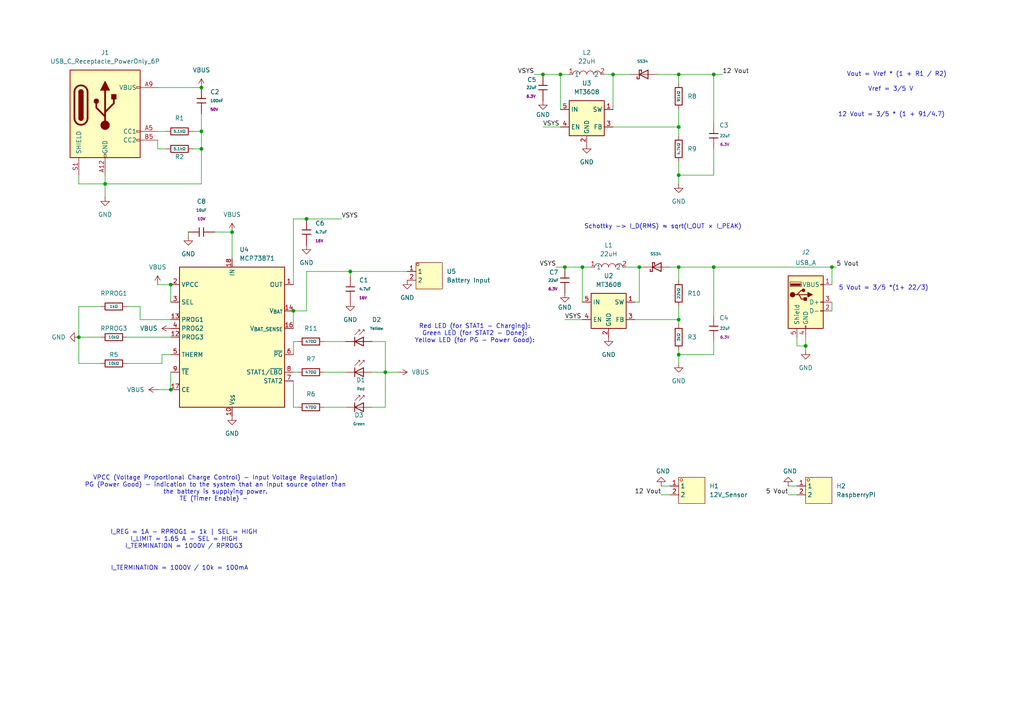
<source format=kicad_sch>
(kicad_sch (version 20250114) (generator "eeschema") (generator_version "9.0")
  (paper "A4")
  (text "I_REG = 1A - RPROG1 = 1k | SEL = HIGH\nI_LIMIT = 1.65 A - SEL = HIGH\nI_TERMINATION = 1000V / RPROG3\n" (at 53.34 156.464 0) (effects (font (size 1.27 1.27))))
  (text "12 Vout = 3/5 * (1 + 91/4.7)\n" (at 258.572 33.274 0) (effects (font (size 1.27 1.27))))
  (text "5 Vout = 3/5 *(1+ 22/3)" (at 256.286 83.566 0) (effects (font (size 1.27 1.27))))
  (text "VPCC (Voltage Proportional Charge Control) - Input Voltage Regulation)\nPG (Power Good) - indication to the system that an input source other than\nthe battery is supplying power.\nTE (Timer Enable) - \n" (at 62.484 141.732 0) (effects (font (size 1.27 1.27))))
  (text "Schottky -> I_D(RMS) ≈ sqrt(I_OUT × I_PEAK)\n\n" (at 192.278 66.802 0) (effects (font (size 1.27 1.27))))
  (text "I_TERMINATION = 1000V / 10k = 100mA\n" (at 52.07 164.846 0) (effects (font (size 1.27 1.27))))
  (text "Vout = Vref * (1 + R1 / R2)" (at 260.096 21.59 0) (effects (font (size 1.27 1.27))))
  (text "Red LED (for STAT1 - Charging):\nGreen LED (for STAT2 - Done):\nYellow LED (for PG - Power Good):\n" (at 137.668 96.774 0) (effects (font (size 1.27 1.27))))
  (text "Vref = 3/5 V " (at 258.826 25.908 0) (effects (font (size 1.27 1.27))))
  (junction (at 22.86 97.79))
  (junction (at 196.85 102.87))
  (junction (at 157.48 21.59))
  (junction (at 58.42 25.4))
  (junction (at 185.42 77.47))
  (junction (at 30.48 53.34))
  (junction (at 196.85 50.8))
  (junction (at 58.42 43.18))
  (junction (at 233.68 100.33))
  (junction (at 101.6 78.74))
  (junction (at 111.76 107.95))
  (junction (at 85.09 90.17))
  (junction (at 196.85 77.47))
  (junction (at 207.01 77.47))
  (junction (at 88.9 63.5))
  (junction (at 163.83 77.47))
  (junction (at 177.8 21.59))
  (junction (at 207.01 21.59))
  (junction (at 196.85 92.71))
  (junction (at 49.53 113.03))
  (junction (at 49.53 82.55))
  (junction (at 162.56 21.59))
  (junction (at 241.3 77.47))
  (junction (at 168.91 77.47))
  (junction (at 58.42 38.1))
  (junction (at 196.85 21.59))
  (junction (at 67.31 67.31))
  (junction (at 196.85 36.83))
  (wire (pts (xy 88.9 63.5) (xy 99.06 63.5)))
  (wire (pts (xy 111.76 107.95) (xy 111.76 118.11)))
  (wire (pts (xy 207.01 43.18) (xy 207.01 50.8)))
  (wire (pts (xy 228.6 143.51) (xy 231.14 143.51)))
  (wire (pts (xy 88.9 78.74) (xy 101.6 78.74)))
  (wire (pts (xy 58.42 38.1) (xy 58.42 43.18)))
  (wire (pts (xy 30.48 50.8) (xy 30.48 53.34)))
  (wire (pts (xy 55.88 43.18) (xy 58.42 43.18)))
  (wire (pts (xy 241.3 87.63) (xy 241.3 90.17)))
  (wire (pts (xy 111.76 107.95) (xy 115.57 107.95)))
  (wire (pts (xy 233.68 100.33) (xy 233.68 97.79)))
  (wire (pts (xy 85.09 107.95) (xy 86.36 107.95)))
  (wire (pts (xy 154.94 21.59) (xy 157.48 21.59)))
  (wire (pts (xy 241.3 77.47) (xy 242.57 77.47)))
  (wire (pts (xy 196.85 50.8) (xy 196.85 53.34)))
  (wire (pts (xy 67.31 67.31) (xy 67.31 74.93)))
  (wire (pts (xy 22.86 53.34) (xy 30.48 53.34)))
  (wire (pts (xy 228.6 140.97) (xy 231.14 140.97)))
  (wire (pts (xy 194.31 77.47) (xy 196.85 77.47)))
  (wire (pts (xy 36.83 97.79) (xy 49.53 97.79)))
  (wire (pts (xy 45.72 40.64) (xy 45.72 43.18)))
  (wire (pts (xy 45.72 25.4) (xy 58.42 25.4)))
  (wire (pts (xy 85.09 110.49) (xy 85.09 118.11)))
  (wire (pts (xy 101.6 78.74) (xy 101.6 80.01)))
  (wire (pts (xy 191.77 140.97) (xy 194.31 140.97)))
  (wire (pts (xy 207.01 102.87) (xy 196.85 102.87)))
  (wire (pts (xy 196.85 21.59) (xy 207.01 21.59)))
  (wire (pts (xy 177.8 21.59) (xy 177.8 31.75)))
  (wire (pts (xy 58.42 53.34) (xy 30.48 53.34)))
  (wire (pts (xy 22.86 50.8) (xy 22.86 53.34)))
  (wire (pts (xy 168.91 77.47) (xy 171.45 77.47)))
  (wire (pts (xy 85.09 63.5) (xy 88.9 63.5)))
  (wire (pts (xy 196.85 92.71) (xy 196.85 93.98)))
  (wire (pts (xy 175.26 21.59) (xy 177.8 21.59)))
  (wire (pts (xy 157.48 21.59) (xy 162.56 21.59)))
  (wire (pts (xy 168.91 77.47) (xy 168.91 87.63)))
  (wire (pts (xy 207.01 99.06) (xy 207.01 102.87)))
  (wire (pts (xy 30.48 53.34) (xy 30.48 57.15)))
  (wire (pts (xy 45.72 82.55) (xy 49.53 82.55)))
  (wire (pts (xy 163.83 77.47) (xy 168.91 77.47)))
  (wire (pts (xy 207.01 77.47) (xy 241.3 77.47)))
  (wire (pts (xy 40.64 92.71) (xy 49.53 92.71)))
  (wire (pts (xy 46.99 102.87) (xy 49.53 102.87)))
  (wire (pts (xy 196.85 102.87) (xy 196.85 105.41)))
  (wire (pts (xy 161.29 77.47) (xy 163.83 77.47)))
  (wire (pts (xy 85.09 90.17) (xy 88.9 90.17)))
  (wire (pts (xy 107.95 118.11) (xy 111.76 118.11)))
  (wire (pts (xy 22.86 97.79) (xy 29.21 97.79)))
  (wire (pts (xy 40.64 88.9) (xy 40.64 92.71)))
  (wire (pts (xy 196.85 88.9) (xy 196.85 92.71)))
  (wire (pts (xy 93.98 107.95) (xy 100.33 107.95)))
  (wire (pts (xy 177.8 36.83) (xy 196.85 36.83)))
  (wire (pts (xy 207.01 21.59) (xy 209.55 21.59)))
  (wire (pts (xy 85.09 90.17) (xy 85.09 95.25)))
  (wire (pts (xy 101.6 78.74) (xy 118.11 78.74)))
  (wire (pts (xy 22.86 88.9) (xy 29.21 88.9)))
  (wire (pts (xy 231.14 100.33) (xy 233.68 100.33)))
  (wire (pts (xy 49.53 82.55) (xy 49.53 87.63)))
  (wire (pts (xy 85.09 99.06) (xy 85.09 102.87)))
  (wire (pts (xy 207.01 77.47) (xy 207.01 91.44)))
  (wire (pts (xy 46.99 105.41) (xy 46.99 102.87)))
  (wire (pts (xy 191.77 143.51) (xy 194.31 143.51)))
  (wire (pts (xy 36.83 88.9) (xy 40.64 88.9)))
  (wire (pts (xy 162.56 21.59) (xy 162.56 31.75)))
  (wire (pts (xy 165.1 21.59) (xy 162.56 21.59)))
  (wire (pts (xy 196.85 77.47) (xy 196.85 81.28)))
  (wire (pts (xy 62.23 67.31) (xy 67.31 67.31)))
  (wire (pts (xy 93.98 99.06) (xy 100.33 99.06)))
  (wire (pts (xy 45.72 43.18) (xy 48.26 43.18)))
  (wire (pts (xy 107.95 107.95) (xy 111.76 107.95)))
  (wire (pts (xy 177.8 21.59) (xy 182.88 21.59)))
  (wire (pts (xy 196.85 77.47) (xy 207.01 77.47)))
  (wire (pts (xy 184.15 92.71) (xy 196.85 92.71)))
  (wire (pts (xy 196.85 31.75) (xy 196.85 36.83)))
  (wire (pts (xy 22.86 97.79) (xy 22.86 105.41)))
  (wire (pts (xy 185.42 77.47) (xy 186.69 77.47)))
  (wire (pts (xy 181.61 77.47) (xy 185.42 77.47)))
  (wire (pts (xy 85.09 82.55) (xy 85.09 63.5)))
  (wire (pts (xy 22.86 105.41) (xy 29.21 105.41)))
  (wire (pts (xy 58.42 33.02) (xy 58.42 38.1)))
  (wire (pts (xy 93.98 118.11) (xy 100.33 118.11)))
  (wire (pts (xy 36.83 105.41) (xy 46.99 105.41)))
  (wire (pts (xy 45.72 113.03) (xy 49.53 113.03)))
  (wire (pts (xy 55.88 38.1) (xy 58.42 38.1)))
  (wire (pts (xy 196.85 36.83) (xy 196.85 39.37)))
  (wire (pts (xy 45.72 38.1) (xy 48.26 38.1)))
  (wire (pts (xy 107.95 99.06) (xy 111.76 99.06)))
  (wire (pts (xy 163.83 92.71) (xy 168.91 92.71)))
  (wire (pts (xy 196.85 101.6) (xy 196.85 102.87)))
  (wire (pts (xy 185.42 77.47) (xy 185.42 87.63)))
  (wire (pts (xy 22.86 88.9) (xy 22.86 97.79)))
  (wire (pts (xy 233.68 100.33) (xy 233.68 101.6)))
  (wire (pts (xy 88.9 78.74) (xy 88.9 90.17)))
  (wire (pts (xy 85.09 99.06) (xy 86.36 99.06)))
  (wire (pts (xy 231.14 97.79) (xy 231.14 100.33)))
  (wire (pts (xy 196.85 21.59) (xy 196.85 24.13)))
  (wire (pts (xy 241.3 77.47) (xy 241.3 82.55)))
  (wire (pts (xy 207.01 21.59) (xy 207.01 35.56)))
  (wire (pts (xy 111.76 99.06) (xy 111.76 107.95)))
  (wire (pts (xy 49.53 107.95) (xy 49.53 113.03)))
  (wire (pts (xy 207.01 50.8) (xy 196.85 50.8)))
  (wire (pts (xy 85.09 118.11) (xy 86.36 118.11)))
  (wire (pts (xy 196.85 46.99) (xy 196.85 50.8)))
  (wire (pts (xy 185.42 87.63) (xy 184.15 87.63)))
  (wire (pts (xy 58.42 43.18) (xy 58.42 53.34)))
  (wire (pts (xy 190.5 21.59) (xy 196.85 21.59)))
  (wire (pts (xy 157.48 36.83) (xy 162.56 36.83)))
  (wire (pts (xy 54.61 67.31) (xy 54.61 68.58)))
  (label "VSYS" (at 154.94 21.59 180))
  (label "5 Vout" (at 242.57 77.47 0))
  (label "5 Vout" (at 228.6 143.51 180))
  (label "12 Vout" (at 209.55 21.59 0))
  (label "VSYS" (at 161.29 77.47 180))
  (label "VSYS" (at 163.83 92.71 0))
  (label "VSYS" (at 157.48 36.83 0))
  (label "12 Vout" (at 191.77 143.51 180))
  (label "VSYS" (at 99.06 63.5 0))
  (symbol (lib_id "PCM_JLCPCB-Capacitors:0603,100nF") (at 58.42 29.21 0) (unit 1)
    (property "Reference" "C2" (at 60.96 26.6699 0) (effects (justify left)))
    (property "Value" "100nF" (at 60.96 29.21 0) (effects (font (size 0.8 0.8)) (justify left)))
    (property "Footprint" "PCM_JLCPCB:C_0603" (effects (hide yes)))
    (property "Datasheet" "https://www.lcsc.com/datasheet/lcsc_datasheet_2211101700_YAGEO-CC0603KRX7R9BB104_C14663.pdf" (effects (hide yes)))
    (property "Description" "50V 100nF X7R ±10% 0603 Multilayer Ceramic Capacitors MLCC - SMD/SMT ROHS" (effects (hide yes)))
    (property "LCSC" "C14663" (effects (hide yes)))
    (property "Stock" "70324515" (effects (hide yes)))
    (property "Price" "0.006USD" (effects (hide yes)))
    (property "Process" "SMT" (effects (hide yes)))
    (property "Minimum Qty" "20" (effects (hide yes)))
    (property "Attrition Qty" "10" (effects (hide yes)))
    (property "Class" "Basic Component" (effects (hide yes)))
    (property "Category" "Capacitors,Multilayer Ceramic Capacitors MLCC - SMD/SMT" (effects (hide yes)))
    (property "Manufacturer" "YAGEO" (effects (hide yes)))
    (property "Part" "CC0603KRX7R9BB104" (effects (hide yes)))
    (property "Voltage Rated" "50V" (at 60.96 31.75 0) (effects (font (size 0.8 0.8)) (justify left)))
    (property "Tolerance" "±10%" (effects (hide yes)))
    (property "Capacitance" "100nF" (effects (hide yes)))
    (property "Temperature Coefficient" "X7R" (effects (hide yes)))
  )
  (symbol (lib_id "PCM_JLCPCB-Resistors:0603,470Ω") (at 90.17 99.06 270) (unit 1)
    (property "Reference" "R11" (at 90.17 95.25 90))
    (property "Value" "470Ω" (at 90.17 99.06 90) (effects (font (size 0.8 0.8))))
    (property "Footprint" "PCM_JLCPCB:R_0603" (effects (hide yes)))
    (property "Datasheet" "https://www.lcsc.com/datasheet/lcsc_datasheet_2206010116_UNI-ROYAL-Uniroyal-Elec-0603WAF4700T5E_C23179.pdf" (effects (hide yes)))
    (property "Description" "100mW Thick Film Resistors 75V ±100ppm/°C ±1% 470Ω 0603 Chip Resistor - Surface Mount ROHS" (effects (hide yes)))
    (property "LCSC" "C23179" (effects (hide yes)))
    (property "Stock" "3910258" (effects (hide yes)))
    (property "Price" "0.004USD" (effects (hide yes)))
    (property "Process" "SMT" (effects (hide yes)))
    (property "Minimum Qty" "20" (effects (hide yes)))
    (property "Attrition Qty" "10" (effects (hide yes)))
    (property "Class" "Basic Component" (effects (hide yes)))
    (property "Category" "Resistors,Chip Resistor - Surface Mount" (effects (hide yes)))
    (property "Manufacturer" "UNI-ROYAL(Uniroyal Elec)" (effects (hide yes)))
    (property "Part" "0603WAF4700T5E" (effects (hide yes)))
    (property "Resistance" "470Ω" (effects (hide yes)))
    (property "Power(Watts)" "100mW" (effects (hide yes)))
    (property "Type" "Thick Film Resistors" (effects (hide yes)))
    (property "Overload Voltage (Max)" "75V" (effects (hide yes)))
    (property "Operating Temperature Range" "-55°C~+155°C" (effects (hide yes)))
    (property "Tolerance" "±1%" (effects (hide yes)))
    (property "Temperature Coefficient" "±100ppm/°C" (effects (hide yes)))
  )
  (symbol (lib_id "power:GND") (at 54.61 68.58 0) (unit 1)
    (property "Reference" "#PWR08" (effects (hide yes)))
    (property "Value" "GND" (at 54.61 73.66 0))
    (property "Description" "Power symbol creates a global label with name \"GND\" , ground" (effects (hide yes)))
  )
  (symbol (lib_id "PCM_JLCPCB-Capacitors:0603,22uF") (at 207.01 95.25 180) (unit 1)
    (property "Reference" "C4" (at 211.328 92.202 0) (effects (justify left)))
    (property "Value" "22uF" (at 211.836 95.25 0) (effects (font (size 0.8 0.8)) (justify left)))
    (property "Footprint" "PCM_JLCPCB:C_0603" (effects (hide yes)))
    (property "Datasheet" "https://www.lcsc.com/datasheet/lcsc_datasheet_2304140030_Samsung-Electro-Mechanics-CL10A226MQ8NRNC_C59461.pdf" (effects (hide yes)))
    (property "Description" "6.3V 22uF X5R ±20% 0603 Multilayer Ceramic Capacitors MLCC - SMD/SMT ROHS" (effects (hide yes)))
    (property "LCSC" "C59461" (effects (hide yes)))
    (property "Stock" "5081183" (effects (hide yes)))
    (property "Price" "0.012USD" (effects (hide yes)))
    (property "Process" "SMT" (effects (hide yes)))
    (property "Minimum Qty" "20" (effects (hide yes)))
    (property "Attrition Qty" "10" (effects (hide yes)))
    (property "Class" "Basic Component" (effects (hide yes)))
    (property "Category" "Capacitors,Multilayer Ceramic Capacitors MLCC - SMD/SMT" (effects (hide yes)))
    (property "Manufacturer" "Samsung Electro-Mechanics" (effects (hide yes)))
    (property "Part" "CL10A226MQ8NRNC" (effects (hide yes)))
    (property "Voltage Rated" "6.3V" (at 211.582 97.79 0) (effects (font (size 0.8 0.8)) (justify left)))
    (property "Tolerance" "±20%" (effects (hide yes)))
    (property "Capacitance" "22uF" (effects (hide yes)))
    (property "Temperature Coefficient" "X5R" (effects (hide yes)))
  )
  (symbol (lib_id "PCM_JLCPCB-Diodes:Schottky,SS34") (at 190.5 77.47 270) (unit 1)
    (property "Reference" "D5" (effects (hide yes)))
    (property "Value" "SS34" (at 190.1825 73.66 90) (effects (font (size 0.8 0.8))))
    (property "Footprint" "PCM_JLCPCB:D_SMA" (effects (hide yes)))
    (property "Datasheet" "https://www.lcsc.com/datasheet/lcsc_datasheet_2407101107_MDD-Microdiode-Semiconductor-SS34_C8678.pdf" (effects (hide yes)))
    (property "Description" "40V Independent Type 3A 550mV@3A SMA(DO-214AC) Schottky Diodes ROHS" (effects (hide yes)))
    (property "LCSC" "C8678" (effects (hide yes)))
    (property "Stock" "1971586" (effects (hide yes)))
    (property "Price" "0.030USD" (effects (hide yes)))
    (property "Process" "SMT" (effects (hide yes)))
    (property "Minimum Qty" "5" (effects (hide yes)))
    (property "Attrition Qty" "8" (effects (hide yes)))
    (property "Class" "Basic Component" (effects (hide yes)))
    (property "Category" "Diodes,Schottky Barrier Diodes (SBD)" (effects (hide yes)))
    (property "Manufacturer" "MDD（Microdiode Electronics）" (effects (hide yes)))
    (property "Part" "SS34" (effects (hide yes)))
    (property "Rectified Current" "3A" (effects (hide yes)))
    (property "Forward Voltage (Vf@If)" "550mV@3A" (effects (hide yes)))
    (property "Reverse Voltage (Vr)" "40V" (effects (hide yes)))
    (property "Diode Configuration" "Independent Type" (effects (hide yes)))
    (property "Reverse Leakage Current (Ir)" "500uA@40V" (effects (hide yes)))
  )
  (symbol (lib_id "power:VBUS") (at 115.57 107.95 270) (unit 1)
    (property "Reference" "#PWR04" (effects (hide yes)))
    (property "Value" "VBUS" (at 119.38 107.9499 90) (effects (justify left)))
    (property "Description" "Power symbol creates a global label with name \"VBUS\"" (effects (hide yes)))
  )
  (symbol (lib_id "power:VBUS") (at 49.53 95.25 90) (unit 1)
    (property "Reference" "#PWR06" (effects (hide yes)))
    (property "Value" "VBUS" (at 45.72 95.2499 90) (effects (justify left)))
    (property "Description" "Power symbol creates a global label with name \"VBUS\"" (effects (hide yes)))
  )
  (symbol (lib_id "PCM_JLCPCB-Resistors:0603,470Ω") (at 90.17 107.95 270) (unit 1)
    (property "Reference" "R7" (at 90.17 104.14 90))
    (property "Value" "470Ω" (at 90.17 107.95 90) (effects (font (size 0.8 0.8))))
    (property "Footprint" "PCM_JLCPCB:R_0603" (effects (hide yes)))
    (property "Datasheet" "https://www.lcsc.com/datasheet/lcsc_datasheet_2206010116_UNI-ROYAL-Uniroyal-Elec-0603WAF4700T5E_C23179.pdf" (effects (hide yes)))
    (property "Description" "100mW Thick Film Resistors 75V ±100ppm/°C ±1% 470Ω 0603 Chip Resistor - Surface Mount ROHS" (effects (hide yes)))
    (property "LCSC" "C23179" (effects (hide yes)))
    (property "Stock" "3910258" (effects (hide yes)))
    (property "Price" "0.004USD" (effects (hide yes)))
    (property "Process" "SMT" (effects (hide yes)))
    (property "Minimum Qty" "20" (effects (hide yes)))
    (property "Attrition Qty" "10" (effects (hide yes)))
    (property "Class" "Basic Component" (effects (hide yes)))
    (property "Category" "Resistors,Chip Resistor - Surface Mount" (effects (hide yes)))
    (property "Manufacturer" "UNI-ROYAL(Uniroyal Elec)" (effects (hide yes)))
    (property "Part" "0603WAF4700T5E" (effects (hide yes)))
    (property "Resistance" "470Ω" (effects (hide yes)))
    (property "Power(Watts)" "100mW" (effects (hide yes)))
    (property "Type" "Thick Film Resistors" (effects (hide yes)))
    (property "Overload Voltage (Max)" "75V" (effects (hide yes)))
    (property "Operating Temperature Range" "-55°C~+155°C" (effects (hide yes)))
    (property "Tolerance" "±1%" (effects (hide yes)))
    (property "Temperature Coefficient" "±100ppm/°C" (effects (hide yes)))
  )
  (symbol (lib_id "PCM_JLCPCB-Resistors:0603,10kΩ") (at 33.02 105.41 270) (unit 1)
    (property "Reference" "R5" (at 33.02 102.87 90))
    (property "Value" "10kΩ" (at 33.02 105.41 90) (effects (font (size 0.8 0.8))))
    (property "Footprint" "PCM_JLCPCB:R_0603" (effects (hide yes)))
    (property "Datasheet" "https://www.lcsc.com/datasheet/lcsc_datasheet_2206010045_UNI-ROYAL-Uniroyal-Elec-0603WAF1002T5E_C25804.pdf" (effects (hide yes)))
    (property "Description" "100mW Thick Film Resistors 75V ±100ppm/°C ±1% 10kΩ 0603 Chip Resistor - Surface Mount ROHS" (effects (hide yes)))
    (property "LCSC" "C25804" (effects (hide yes)))
    (property "Stock" "51181774" (effects (hide yes)))
    (property "Price" "0.004USD" (effects (hide yes)))
    (property "Process" "SMT" (effects (hide yes)))
    (property "Minimum Qty" "20" (effects (hide yes)))
    (property "Attrition Qty" "10" (effects (hide yes)))
    (property "Class" "Basic Component" (effects (hide yes)))
    (property "Category" "Resistors,Chip Resistor - Surface Mount" (effects (hide yes)))
    (property "Manufacturer" "UNI-ROYAL(Uniroyal Elec)" (effects (hide yes)))
    (property "Part" "0603WAF1002T5E" (effects (hide yes)))
    (property "Resistance" "10kΩ" (effects (hide yes)))
    (property "Power(Watts)" "100mW" (effects (hide yes)))
    (property "Type" "Thick Film Resistors" (effects (hide yes)))
    (property "Overload Voltage (Max)" "75V" (effects (hide yes)))
    (property "Operating Temperature Range" "-55°C~+155°C" (effects (hide yes)))
    (property "Tolerance" "±1%" (effects (hide yes)))
    (property "Temperature Coefficient" "±100ppm/°C" (effects (hide yes)))
  )
  (symbol (lib_id "power:GND") (at 22.86 97.79 270) (unit 1)
    (property "Reference" "#PWR011" (effects (hide yes)))
    (property "Value" "GND" (at 19.05 97.7899 90) (effects (justify right)))
    (property "Description" "Power symbol creates a global label with name \"GND\" , ground" (effects (hide yes)))
  )
  (symbol (lib_id "PCM_JLCPCB-Resistors:0603,22kΩ") (at 196.85 85.09 0) (unit 1)
    (property "Reference" "R10" (at 199.39 85.0899 0) (effects (justify left)))
    (property "Value" "22kΩ" (at 196.85 85.09 90) (effects (font (size 0.8 0.8))))
    (property "Footprint" "PCM_JLCPCB:R_0603" (effects (hide yes)))
    (property "Datasheet" "https://www.lcsc.com/datasheet/lcsc_datasheet_2206010030_UNI-ROYAL-Uniroyal-Elec-0603WAF2202T5E_C31850.pdf" (effects (hide yes)))
    (property "Description" "100mW Thick Film Resistors 75V ±100ppm/°C ±1% 22kΩ 0603 Chip Resistor - Surface Mount ROHS" (effects (hide yes)))
    (property "LCSC" "C31850" (effects (hide yes)))
    (property "Stock" "1601895" (effects (hide yes)))
    (property "Price" "0.004USD" (effects (hide yes)))
    (property "Process" "SMT" (effects (hide yes)))
    (property "Minimum Qty" "20" (effects (hide yes)))
    (property "Attrition Qty" "10" (effects (hide yes)))
    (property "Class" "Basic Component" (effects (hide yes)))
    (property "Category" "Resistors,Chip Resistor - Surface Mount" (effects (hide yes)))
    (property "Manufacturer" "UNI-ROYAL(Uniroyal Elec)" (effects (hide yes)))
    (property "Part" "0603WAF2202T5E" (effects (hide yes)))
    (property "Resistance" "22kΩ" (effects (hide yes)))
    (property "Power(Watts)" "100mW" (effects (hide yes)))
    (property "Type" "Thick Film Resistors" (effects (hide yes)))
    (property "Overload Voltage (Max)" "75V" (effects (hide yes)))
    (property "Operating Temperature Range" "-55°C~+155°C" (effects (hide yes)))
    (property "Tolerance" "±1%" (effects (hide yes)))
    (property "Temperature Coefficient" "±100ppm/°C" (effects (hide yes)))
  )
  (symbol (lib_id "PCM_JLCPCB-Diodes:LED,0805,Green") (at 104.14 118.11 270) (unit 1)
    (property "Reference" "D3" (at 104.14 120.396 90))
    (property "Value" "Green" (at 104.14 122.936 90) (effects (font (size 0.8 0.8))))
    (property "Footprint" "PCM_JLCPCB:D_0805" (effects (hide yes)))
    (property "Datasheet" "https://www.lcsc.com/datasheet/lcsc_datasheet_1806151820_Hubei-KENTO-Elec-KT-0805G_C2297.pdf" (effects (hide yes)))
    (property "Description" "Emerald 0805 LED Indication - Discrete ROHS" (effects (hide yes)))
    (property "LCSC" "C2297" (effects (hide yes)))
    (property "Stock" "2062782" (effects (hide yes)))
    (property "Price" "0.014USD" (effects (hide yes)))
    (property "Process" "SMT" (effects (hide yes)))
    (property "Minimum Qty" "20" (effects (hide yes)))
    (property "Attrition Qty" "10" (effects (hide yes)))
    (property "Class" "Basic Component" (effects (hide yes)))
    (property "Category" "Optoelectronics,Light Emitting Diodes (LED)" (effects (hide yes)))
    (property "Manufacturer" "Hubei KENTO Elec" (effects (hide yes)))
    (property "Part" "KT-0805G" (effects (hide yes)))
    (property "Emitted Color" "Emerald" (effects (hide yes)))
  )
  (symbol (lib_id "easyeda2kicad:CYH74-22UH") (at 176.53 77.47 0) (unit 1)
    (property "Reference" "L1" (at 176.53 71.12 0))
    (property "Value" "22uH" (at 176.53 73.66 0))
    (property "Footprint" "easyeda2kicad:IND-SMD_L7.5-W7.5" (effects (hide yes)))
    (property "LCSC Part" "C19268629" (effects (hide yes)))
  )
  (symbol (lib_id "PCM_JLCPCB-Diodes:LED,0805,Yellow") (at 104.14 99.06 270) (unit 1)
    (property "Reference" "D2" (at 109.22 92.71 90))
    (property "Value" "Yellow" (at 109.22 95.25 90) (effects (font (size 0.8 0.8))))
    (property "Footprint" "PCM_JLCPCB:D_0805" (effects (hide yes)))
    (property "Datasheet" "https://www.lcsc.com/datasheet/lcsc_datasheet_1806151129_Hubei-KENTO-Elec-KT-0805Y_C2296.pdf" (effects (hide yes)))
    (property "Description" "Yellow 0805 LED Indication - Discrete ROHS" (effects (hide yes)))
    (property "LCSC" "C2296" (effects (hide yes)))
    (property "Stock" "662678" (effects (hide yes)))
    (property "Price" "0.015USD" (effects (hide yes)))
    (property "Process" "SMT" (effects (hide yes)))
    (property "Minimum Qty" "20" (effects (hide yes)))
    (property "Attrition Qty" "10" (effects (hide yes)))
    (property "Class" "Basic Component" (effects (hide yes)))
    (property "Category" "Optocouplers & LEDs & Infrared,Light Emitting Diodes (LED)" (effects (hide yes)))
    (property "Manufacturer" "Hubei KENTO Elec" (effects (hide yes)))
    (property "Part" "KT-0805Y" (effects (hide yes)))
  )
  (symbol (lib_id "power:GND") (at 191.77 140.97 180) (unit 1)
    (property "Reference" "#PWR09" (effects (hide yes)))
    (property "Value" "GND" (at 190.246 136.652 0) (effects (justify right)))
    (property "Description" "Power symbol creates a global label with name \"GND\" , ground" (effects (hide yes)))
  )
  (symbol (lib_id "easyeda2kicad:S2B-PH-K-S-GW") (at 123.19 80.01 0) (unit 1)
    (property "Reference" "U5" (at 129.54 78.7399 0) (effects (justify left)))
    (property "Value" "Battery Input" (at 129.54 81.2799 0) (effects (justify left)))
    (property "Footprint" "easyeda2kicad:CONN-TH_S2B-PH-K-S-GW" (effects (hide yes)))
    (property "Datasheet" "https://lcsc.com/product-detail/PH-Connectors_JST_S2B-PH-K-S-GW_PHsocket-1-2P-Curved-needle-pitch2mm_C157932.html" (effects (hide yes)))
    (property "LCSC Part" "C157932" (effects (hide yes)))
  )
  (symbol (lib_id "power:VBUS") (at 45.72 113.03 90) (unit 1)
    (property "Reference" "#PWR010" (effects (hide yes)))
    (property "Value" "VBUS" (at 41.91 113.0299 90) (effects (justify left)))
    (property "Description" "Power symbol creates a global label with name \"VBUS\"" (effects (hide yes)))
  )
  (symbol (lib_id "PCM_JLCPCB-Capacitors:0603,22uF") (at 157.48 25.4 0) (unit 1)
    (property "Reference" "C5" (at 152.908 23.114 0) (effects (justify left)))
    (property "Value" "22uF" (at 152.654 25.4 0) (effects (font (size 0.8 0.8)) (justify left)))
    (property "Footprint" "PCM_JLCPCB:C_0603" (effects (hide yes)))
    (property "Datasheet" "https://www.lcsc.com/datasheet/lcsc_datasheet_2304140030_Samsung-Electro-Mechanics-CL10A226MQ8NRNC_C59461.pdf" (effects (hide yes)))
    (property "Description" "6.3V 22uF X5R ±20% 0603 Multilayer Ceramic Capacitors MLCC - SMD/SMT ROHS" (effects (hide yes)))
    (property "LCSC" "C59461" (effects (hide yes)))
    (property "Stock" "5081183" (effects (hide yes)))
    (property "Price" "0.012USD" (effects (hide yes)))
    (property "Process" "SMT" (effects (hide yes)))
    (property "Minimum Qty" "20" (effects (hide yes)))
    (property "Attrition Qty" "10" (effects (hide yes)))
    (property "Class" "Basic Component" (effects (hide yes)))
    (property "Category" "Capacitors,Multilayer Ceramic Capacitors MLCC - SMD/SMT" (effects (hide yes)))
    (property "Manufacturer" "Samsung Electro-Mechanics" (effects (hide yes)))
    (property "Part" "CL10A226MQ8NRNC" (effects (hide yes)))
    (property "Voltage Rated" "6.3V" (at 152.654 27.94 0) (effects (font (size 0.8 0.8)) (justify left)))
    (property "Tolerance" "±20%" (effects (hide yes)))
    (property "Capacitance" "22uF" (effects (hide yes)))
    (property "Temperature Coefficient" "X5R" (effects (hide yes)))
  )
  (symbol (lib_id "PCM_JLCPCB-Resistors:0603,1kΩ") (at 33.02 88.9 90) (unit 1)
    (property "Reference" "RPROG1" (at 33.02 85.09 90))
    (property "Value" "1kΩ" (at 33.02 88.9 90) (effects (font (size 0.8 0.8))))
    (property "Footprint" "PCM_JLCPCB:R_0603" (effects (hide yes)))
    (property "Datasheet" "https://www.lcsc.com/datasheet/lcsc_datasheet_2206010130_UNI-ROYAL-Uniroyal-Elec-0603WAF1001T5E_C21190.pdf" (effects (hide yes)))
    (property "Description" "100mW Thick Film Resistors 75V ±100ppm/°C ±1% 1kΩ 0603 Chip Resistor - Surface Mount ROHS" (effects (hide yes)))
    (property "LCSC" "C21190" (effects (hide yes)))
    (property "Stock" "27538425" (effects (hide yes)))
    (property "Price" "0.004USD" (effects (hide yes)))
    (property "Process" "SMT" (effects (hide yes)))
    (property "Minimum Qty" "20" (effects (hide yes)))
    (property "Attrition Qty" "10" (effects (hide yes)))
    (property "Class" "Basic Component" (effects (hide yes)))
    (property "Category" "Resistors,Chip Resistor - Surface Mount" (effects (hide yes)))
    (property "Manufacturer" "UNI-ROYAL(Uniroyal Elec)" (effects (hide yes)))
    (property "Part" "0603WAF1001T5E" (effects (hide yes)))
    (property "Resistance" "1kΩ" (effects (hide yes)))
    (property "Power(Watts)" "100mW" (effects (hide yes)))
    (property "Type" "Thick Film Resistors" (effects (hide yes)))
    (property "Overload Voltage (Max)" "75V" (effects (hide yes)))
    (property "Operating Temperature Range" "-55°C~+155°C" (effects (hide yes)))
    (property "Tolerance" "±1%" (effects (hide yes)))
    (property "Temperature Coefficient" "±100ppm/°C" (effects (hide yes)))
  )
  (symbol (lib_id "Regulator_Switching:MT3608") (at 176.53 90.17 0) (unit 1)
    (property "Reference" "U2" (at 176.53 80.01 0))
    (property "Value" "MT3608" (at 176.53 82.55 0))
    (property "Footprint" "easyeda2kicad:SOT-23-6_L2.9-W1.6-P0.95-LS2.8-BL" (effects (hide yes)))
    (property "Datasheet" "https://www.olimex.com/Products/Breadboarding/BB-PWR-3608/resources/MT3608.pdf" (effects (hide yes)))
    (property "Description" "High Efficiency 1.2MHz 2A Step Up Converter, 2-24V Vin, 28V Vout, 4A current limit, 1.2MHz, SOT23-6" (effects (hide yes)))
  )
  (symbol (lib_id "power:GND") (at 118.11 81.28 0) (unit 1)
    (property "Reference" "#PWR07" (effects (hide yes)))
    (property "Value" "GND" (at 118.11 86.36 0))
    (property "Description" "Power symbol creates a global label with name \"GND\" , ground" (effects (hide yes)))
  )
  (symbol (lib_id "PCM_JLCPCB-Capacitors:0603,22uF") (at 207.01 39.37 180) (unit 1)
    (property "Reference" "C3" (at 211.328 36.322 0) (effects (justify left)))
    (property "Value" "22uF" (at 211.836 39.37 0) (effects (font (size 0.8 0.8)) (justify left)))
    (property "Footprint" "PCM_JLCPCB:C_0603" (effects (hide yes)))
    (property "Datasheet" "https://www.lcsc.com/datasheet/lcsc_datasheet_2304140030_Samsung-Electro-Mechanics-CL10A226MQ8NRNC_C59461.pdf" (effects (hide yes)))
    (property "Description" "6.3V 22uF X5R ±20% 0603 Multilayer Ceramic Capacitors MLCC - SMD/SMT ROHS" (effects (hide yes)))
    (property "LCSC" "C59461" (effects (hide yes)))
    (property "Stock" "5081183" (effects (hide yes)))
    (property "Price" "0.012USD" (effects (hide yes)))
    (property "Process" "SMT" (effects (hide yes)))
    (property "Minimum Qty" "20" (effects (hide yes)))
    (property "Attrition Qty" "10" (effects (hide yes)))
    (property "Class" "Basic Component" (effects (hide yes)))
    (property "Category" "Capacitors,Multilayer Ceramic Capacitors MLCC - SMD/SMT" (effects (hide yes)))
    (property "Manufacturer" "Samsung Electro-Mechanics" (effects (hide yes)))
    (property "Part" "CL10A226MQ8NRNC" (effects (hide yes)))
    (property "Voltage Rated" "6.3V" (at 211.582 41.91 0) (effects (font (size 0.8 0.8)) (justify left)))
    (property "Tolerance" "±20%" (effects (hide yes)))
    (property "Capacitance" "22uF" (effects (hide yes)))
    (property "Temperature Coefficient" "X5R" (effects (hide yes)))
  )
  (symbol (lib_id "power:GND") (at 228.6 140.97 180) (unit 1)
    (property "Reference" "#PWR022" (effects (hide yes)))
    (property "Value" "GND" (at 227.076 136.652 0) (effects (justify right)))
    (property "Description" "Power symbol creates a global label with name \"GND\" , ground" (effects (hide yes)))
  )
  (symbol (lib_id "PCM_JLCPCB-Diodes:LED,0805,Red") (at 104.14 107.95 270) (unit 1)
    (property "Reference" "D1" (at 104.648 110.236 90))
    (property "Value" "Red" (at 104.648 112.776 90) (effects (font (size 0.8 0.8))))
    (property "Footprint" "PCM_JLCPCB:D_0805" (effects (hide yes)))
    (property "Datasheet" "https://www.lcsc.com/datasheet/lcsc_datasheet_2409272203_Foshan-NationStar-Optoelectronics-NCD0805R1_C84256.pdf" (effects (hide yes)))
    (property "Description" "25mA Colorless transparent lens 67mcd~195mcd -30°C~+85°C 615nm~630nm Individual diode Red 130° 65mW 1.6V~2.6V 0805 LED Indication - Discrete ROHS" (effects (hide yes)))
    (property "LCSC" "C84256" (effects (hide yes)))
    (property "Stock" "2976925" (effects (hide yes)))
    (property "Price" "0.016USD" (effects (hide yes)))
    (property "Process" "SMT" (effects (hide yes)))
    (property "Minimum Qty" "20" (effects (hide yes)))
    (property "Attrition Qty" "10" (effects (hide yes)))
    (property "Class" "Basic Component" (effects (hide yes)))
    (property "Category" "Optoelectronics,Light Emitting Diodes (LED)" (effects (hide yes)))
    (property "Manufacturer" "Foshan NationStar Optoelectronics" (effects (hide yes)))
    (property "Part" "NCD0805R1" (effects (hide yes)))
    (property "Operating Temperature" "-30°C~+85°C" (effects (hide yes)))
    (property "Viewing Angle" "130°" (effects (hide yes)))
    (property "Forward Current" "25mA" (effects (hide yes)))
    (property "Forward Voltage (VF)" "1.6V~2.6V" (effects (hide yes)))
    (property "Luminous Intensity" "67mcd~195mcd" (effects (hide yes)))
    (property "Dominant Wavelength" "615nm~630nm" (effects (hide yes)))
    (property "Power Dissipation" "65mW" (effects (hide yes)))
    (property "Emitted Color" "Red" (effects (hide yes)))
    (property "Diode Configuration" "Independent Diode" (effects (hide yes)))
    (property "Lens Color" "Colorless Transparent Lens" (effects (hide yes)))
  )
  (symbol (lib_id "easyeda2kicad:210S-1*2PL=11.6MMGold-platedblack") (at 199.39 142.24 0) (unit 1)
    (property "Reference" "H1" (at 205.74 140.9699 0) (effects (justify left)))
    (property "Value" "12V_Sensor" (at 205.74 143.5099 0) (effects (justify left)))
    (property "Footprint" "easyeda2kicad:HDR-TH_2P-P2.54-V-M-1" (effects (hide yes)))
    (property "Datasheet" "https://lcsc.com/product-detail/Male-Header_Headers-Pins-1-2P-2-54mm-Straight-line_C124375.html" (effects (hide yes)))
    (property "LCSC Part" "C124375" (effects (hide yes)))
  )
  (symbol (lib_id "power:GND") (at 157.48 29.21 0) (unit 1)
    (property "Reference" "#PWR018" (effects (hide yes)))
    (property "Value" "GND" (at 157.48 33.274 0))
    (property "Description" "Power symbol creates a global label with name \"GND\" , ground" (effects (hide yes)))
  )
  (symbol (lib_id "power:GND") (at 67.31 120.65 0) (unit 1)
    (property "Reference" "#PWR05" (effects (hide yes)))
    (property "Value" "GND" (at 67.31 125.73 0))
    (property "Description" "Power symbol creates a global label with name \"GND\" , ground" (effects (hide yes)))
  )
  (symbol (lib_id "power:GND") (at 30.48 57.15 0) (unit 1)
    (property "Reference" "#PWR01" (effects (hide yes)))
    (property "Value" "GND" (at 30.48 62.23 0))
    (property "Description" "Power symbol creates a global label with name \"GND\" , ground" (effects (hide yes)))
  )
  (symbol (lib_id "PCM_JLCPCB-Resistors:0603,10kΩ") (at 33.02 97.79 270) (unit 1)
    (property "Reference" "RPROG3" (at 33.02 95.25 90))
    (property "Value" "10kΩ" (at 33.02 97.79 90) (effects (font (size 0.8 0.8))))
    (property "Footprint" "PCM_JLCPCB:R_0603" (effects (hide yes)))
    (property "Datasheet" "https://www.lcsc.com/datasheet/lcsc_datasheet_2206010045_UNI-ROYAL-Uniroyal-Elec-0603WAF1002T5E_C25804.pdf" (effects (hide yes)))
    (property "Description" "100mW Thick Film Resistors 75V ±100ppm/°C ±1% 10kΩ 0603 Chip Resistor - Surface Mount ROHS" (effects (hide yes)))
    (property "LCSC" "C25804" (effects (hide yes)))
    (property "Stock" "51181774" (effects (hide yes)))
    (property "Price" "0.004USD" (effects (hide yes)))
    (property "Process" "SMT" (effects (hide yes)))
    (property "Minimum Qty" "20" (effects (hide yes)))
    (property "Attrition Qty" "10" (effects (hide yes)))
    (property "Class" "Basic Component" (effects (hide yes)))
    (property "Category" "Resistors,Chip Resistor - Surface Mount" (effects (hide yes)))
    (property "Manufacturer" "UNI-ROYAL(Uniroyal Elec)" (effects (hide yes)))
    (property "Part" "0603WAF1002T5E" (effects (hide yes)))
    (property "Resistance" "10kΩ" (effects (hide yes)))
    (property "Power(Watts)" "100mW" (effects (hide yes)))
    (property "Type" "Thick Film Resistors" (effects (hide yes)))
    (property "Overload Voltage (Max)" "75V" (effects (hide yes)))
    (property "Operating Temperature Range" "-55°C~+155°C" (effects (hide yes)))
    (property "Tolerance" "±1%" (effects (hide yes)))
    (property "Temperature Coefficient" "±100ppm/°C" (effects (hide yes)))
  )
  (symbol (lib_id "power:VBUS") (at 45.72 82.55 0) (unit 1)
    (property "Reference" "#PWR03" (effects (hide yes)))
    (property "Value" "VBUS" (at 45.72 77.47 0))
    (property "Description" "Power symbol creates a global label with name \"VBUS\"" (effects (hide yes)))
  )
  (symbol (lib_id "PCM_JLCPCB-Resistors:0603,470Ω") (at 90.17 118.11 270) (unit 1)
    (property "Reference" "R6" (at 90.17 114.3 90))
    (property "Value" "470Ω" (at 90.17 118.11 90) (effects (font (size 0.8 0.8))))
    (property "Footprint" "PCM_JLCPCB:R_0603" (effects (hide yes)))
    (property "Datasheet" "https://www.lcsc.com/datasheet/lcsc_datasheet_2206010116_UNI-ROYAL-Uniroyal-Elec-0603WAF4700T5E_C23179.pdf" (effects (hide yes)))
    (property "Description" "100mW Thick Film Resistors 75V ±100ppm/°C ±1% 470Ω 0603 Chip Resistor - Surface Mount ROHS" (effects (hide yes)))
    (property "LCSC" "C23179" (effects (hide yes)))
    (property "Stock" "3910258" (effects (hide yes)))
    (property "Price" "0.004USD" (effects (hide yes)))
    (property "Process" "SMT" (effects (hide yes)))
    (property "Minimum Qty" "20" (effects (hide yes)))
    (property "Attrition Qty" "10" (effects (hide yes)))
    (property "Class" "Basic Component" (effects (hide yes)))
    (property "Category" "Resistors,Chip Resistor - Surface Mount" (effects (hide yes)))
    (property "Manufacturer" "UNI-ROYAL(Uniroyal Elec)" (effects (hide yes)))
    (property "Part" "0603WAF4700T5E" (effects (hide yes)))
    (property "Resistance" "470Ω" (effects (hide yes)))
    (property "Power(Watts)" "100mW" (effects (hide yes)))
    (property "Type" "Thick Film Resistors" (effects (hide yes)))
    (property "Overload Voltage (Max)" "75V" (effects (hide yes)))
    (property "Operating Temperature Range" "-55°C~+155°C" (effects (hide yes)))
    (property "Tolerance" "±1%" (effects (hide yes)))
    (property "Temperature Coefficient" "±100ppm/°C" (effects (hide yes)))
  )
  (symbol (lib_id "PCM_JLCPCB-Diodes:Schottky,SS34") (at 186.69 21.59 270) (unit 1)
    (property "Reference" "D4" (effects (hide yes)))
    (property "Value" "SS34" (at 186.3725 17.78 90) (effects (font (size 0.8 0.8))))
    (property "Footprint" "PCM_JLCPCB:D_SMA" (effects (hide yes)))
    (property "Datasheet" "https://www.lcsc.com/datasheet/lcsc_datasheet_2407101107_MDD-Microdiode-Semiconductor-SS34_C8678.pdf" (effects (hide yes)))
    (property "Description" "40V Independent Type 3A 550mV@3A SMA(DO-214AC) Schottky Diodes ROHS" (effects (hide yes)))
    (property "LCSC" "C8678" (effects (hide yes)))
    (property "Stock" "1971586" (effects (hide yes)))
    (property "Price" "0.030USD" (effects (hide yes)))
    (property "Process" "SMT" (effects (hide yes)))
    (property "Minimum Qty" "5" (effects (hide yes)))
    (property "Attrition Qty" "8" (effects (hide yes)))
    (property "Class" "Basic Component" (effects (hide yes)))
    (property "Category" "Diodes,Schottky Barrier Diodes (SBD)" (effects (hide yes)))
    (property "Manufacturer" "MDD（Microdiode Electronics）" (effects (hide yes)))
    (property "Part" "SS34" (effects (hide yes)))
    (property "Rectified Current" "3A" (effects (hide yes)))
    (property "Forward Voltage (Vf@If)" "550mV@3A" (effects (hide yes)))
    (property "Reverse Voltage (Vr)" "40V" (effects (hide yes)))
    (property "Diode Configuration" "Independent Type" (effects (hide yes)))
    (property "Reverse Leakage Current (Ir)" "500uA@40V" (effects (hide yes)))
  )
  (symbol (lib_id "power:GND") (at 170.18 41.91 0) (unit 1)
    (property "Reference" "#PWR015" (effects (hide yes)))
    (property "Value" "GND" (at 170.18 46.99 0))
    (property "Description" "Power symbol creates a global label with name \"GND\" , ground" (effects (hide yes)))
  )
  (symbol (lib_id "Connector:USB_A") (at 233.68 87.63 0) (unit 1)
    (property "Reference" "J2" (at 233.68 73.152 0))
    (property "Value" "USB_A" (at 233.68 76.2 0))
    (property "Footprint" "easyeda2kicad:USB-A-TH_AF-WJDG" (effects (hide yes)))
    (property "Description" "USB Type A connector" (effects (hide yes)))
  )
  (symbol (lib_id "PCM_JLCPCB-Resistors:0603,4.7kΩ") (at 196.85 43.18 0) (unit 1)
    (property "Reference" "R9" (at 199.39 43.1799 0) (effects (justify left)))
    (property "Value" "4.7kΩ" (at 196.85 43.18 90) (effects (font (size 0.8 0.8))))
    (property "Footprint" "PCM_JLCPCB:R_0603" (effects (hide yes)))
    (property "Datasheet" "https://www.lcsc.com/datasheet/lcsc_datasheet_2206010116_UNI-ROYAL-Uniroyal-Elec-0603WAF4701T5E_C23162.pdf" (effects (hide yes)))
    (property "Description" "100mW Thick Film Resistors 75V ±100ppm/°C ±1% 4.7kΩ 0603 Chip Resistor - Surface Mount ROHS" (effects (hide yes)))
    (property "LCSC" "C23162" (effects (hide yes)))
    (property "Stock" "11302490" (effects (hide yes)))
    (property "Price" "0.004USD" (effects (hide yes)))
    (property "Process" "SMT" (effects (hide yes)))
    (property "Minimum Qty" "20" (effects (hide yes)))
    (property "Attrition Qty" "10" (effects (hide yes)))
    (property "Class" "Basic Component" (effects (hide yes)))
    (property "Category" "Resistors,Chip Resistor - Surface Mount" (effects (hide yes)))
    (property "Manufacturer" "UNI-ROYAL(Uniroyal Elec)" (effects (hide yes)))
    (property "Part" "0603WAF4701T5E" (effects (hide yes)))
    (property "Resistance" "4.7kΩ" (effects (hide yes)))
    (property "Power(Watts)" "100mW" (effects (hide yes)))
    (property "Type" "Thick Film Resistors" (effects (hide yes)))
    (property "Overload Voltage (Max)" "75V" (effects (hide yes)))
    (property "Operating Temperature Range" "-55°C~+155°C" (effects (hide yes)))
    (property "Tolerance" "±1%" (effects (hide yes)))
    (property "Temperature Coefficient" "±100ppm/°C" (effects (hide yes)))
  )
  (symbol (lib_id "power:VBUS") (at 67.31 67.31 0) (mirror y) (unit 1)
    (property "Reference" "#PWR012" (effects (hide yes)))
    (property "Value" "VBUS" (at 67.31 62.23 0))
    (property "Description" "Power symbol creates a global label with name \"VBUS\"" (effects (hide yes)))
  )
  (symbol (lib_id "Battery_Management:MCP73871") (at 67.31 97.79 0) (unit 1)
    (property "Reference" "U4" (at 69.4533 72.39 0) (effects (justify left)))
    (property "Value" "MCP73871" (at 69.4533 74.93 0) (effects (justify left)))
    (property "Footprint" "easyeda2kicad:QFN-20_L4.0-W4.0-P0.5-BL-EP" (effects (hide yes)))
    (property "Datasheet" "http://www.mouser.com/ds/2/268/22090a-52174.pdf" (effects (hide yes)))
    (property "Description" "Single cell, Li-Ion/Li-Po charge management controller" (effects (hide yes)))
    (property "LCSC Part" "C511310" (effects (hide yes)))
  )
  (symbol (lib_id "PCM_JLCPCB-Resistors:0603,5.1kΩ") (at 52.07 38.1 90) (unit 1)
    (property "Reference" "R1" (at 52.07 34.29 90))
    (property "Value" "5.1kΩ" (at 52.07 38.1 90) (effects (font (size 0.8 0.8))))
    (property "Footprint" "PCM_JLCPCB:R_0603" (effects (hide yes)))
    (property "Datasheet" "https://www.lcsc.com/datasheet/lcsc_datasheet_2206010116_UNI-ROYAL-Uniroyal-Elec-0603WAF5101T5E_C23186.pdf" (effects (hide yes)))
    (property "Description" "100mW Thick Film Resistors 75V ±100ppm/°C ±1% 5.1kΩ 0603 Chip Resistor - Surface Mount ROHS" (effects (hide yes)))
    (property "LCSC" "C23186" (effects (hide yes)))
    (property "Stock" "9223405" (effects (hide yes)))
    (property "Price" "0.004USD" (effects (hide yes)))
    (property "Process" "SMT" (effects (hide yes)))
    (property "Minimum Qty" "20" (effects (hide yes)))
    (property "Attrition Qty" "10" (effects (hide yes)))
    (property "Class" "Basic Component" (effects (hide yes)))
    (property "Category" "Resistors,Chip Resistor - Surface Mount" (effects (hide yes)))
    (property "Manufacturer" "UNI-ROYAL(Uniroyal Elec)" (effects (hide yes)))
    (property "Part" "0603WAF5101T5E" (effects (hide yes)))
    (property "Resistance" "5.1kΩ" (effects (hide yes)))
    (property "Power(Watts)" "100mW" (effects (hide yes)))
    (property "Type" "Thick Film Resistors" (effects (hide yes)))
    (property "Overload Voltage (Max)" "75V" (effects (hide yes)))
    (property "Operating Temperature Range" "-55°C~+155°C" (effects (hide yes)))
    (property "Tolerance" "±1%" (effects (hide yes)))
    (property "Temperature Coefficient" "±100ppm/°C" (effects (hide yes)))
  )
  (symbol (lib_id "power:GND") (at 101.6 87.63 0) (unit 1)
    (property "Reference" "#PWR021" (effects (hide yes)))
    (property "Value" "GND" (at 101.6 92.71 0))
    (property "Description" "Power symbol creates a global label with name \"GND\" , ground" (effects (hide yes)))
  )
  (symbol (lib_id "Connector:USB_C_Receptacle_PowerOnly_6P") (at 30.48 33.02 0) (unit 1)
    (property "Reference" "J1" (at 30.48 15.24 0))
    (property "Value" "USB_C_Receptacle_PowerOnly_6P" (at 30.48 17.78 0))
    (property "Footprint" "easyeda2kicad:TYPE-C-SMD_TYPE-C-6P" (effects (hide yes)))
    (property "Datasheet" "https://www.usb.org/sites/default/files/documents/usb_type-c.zip" (effects (hide yes)))
    (property "Description" "USB Power-Only 6P Type-C Receptacle connector" (effects (hide yes)))
    (property "LCSC Part" "C283540" (effects (hide yes)))
  )
  (symbol (lib_id "power:GND") (at 196.85 53.34 0) (unit 1)
    (property "Reference" "#PWR017" (effects (hide yes)))
    (property "Value" "GND" (at 196.85 58.42 0))
    (property "Description" "Power symbol creates a global label with name \"GND\" , ground" (effects (hide yes)))
  )
  (symbol (lib_id "easyeda2kicad:CYH74-22UH") (at 170.18 21.59 0) (unit 1)
    (property "Reference" "L2" (at 170.18 15.24 0))
    (property "Value" "22uH" (at 170.18 17.78 0))
    (property "Footprint" "easyeda2kicad:IND-SMD_L7.5-W7.5" (effects (hide yes)))
    (property "LCSC Part" "C19268629" (effects (hide yes)))
  )
  (symbol (lib_id "PCM_JLCPCB-Resistors:0603,3kΩ") (at 196.85 97.79 0) (unit 1)
    (property "Reference" "R3" (at 199.39 97.7899 0) (effects (justify left)))
    (property "Value" "3kΩ" (at 196.85 97.79 90) (effects (font (size 0.8 0.8))))
    (property "Footprint" "PCM_JLCPCB:R_0603" (effects (hide yes)))
    (property "Datasheet" "https://www.lcsc.com/datasheet/lcsc_datasheet_2206010230_UNI-ROYAL-Uniroyal-Elec-0603WAF3001T5E_C4211.pdf" (effects (hide yes)))
    (property "Description" "100mW Thick Film Resistors 75V ±100ppm/°C ±1% 3kΩ 0603 Chip Resistor - Surface Mount ROHS" (effects (hide yes)))
    (property "LCSC" "C4211" (effects (hide yes)))
    (property "Stock" "5406016" (effects (hide yes)))
    (property "Price" "0.004USD" (effects (hide yes)))
    (property "Process" "SMT" (effects (hide yes)))
    (property "Minimum Qty" "20" (effects (hide yes)))
    (property "Attrition Qty" "10" (effects (hide yes)))
    (property "Class" "Basic Component" (effects (hide yes)))
    (property "Category" "Resistors,Chip Resistor - Surface Mount" (effects (hide yes)))
    (property "Manufacturer" "UNI-ROYAL(Uniroyal Elec)" (effects (hide yes)))
    (property "Part" "0603WAF3001T5E" (effects (hide yes)))
    (property "Resistance" "3kΩ" (effects (hide yes)))
    (property "Power(Watts)" "100mW" (effects (hide yes)))
    (property "Type" "Thick Film Resistors" (effects (hide yes)))
    (property "Overload Voltage (Max)" "75V" (effects (hide yes)))
    (property "Operating Temperature Range" "-55°C~+155°C" (effects (hide yes)))
    (property "Tolerance" "±1%" (effects (hide yes)))
    (property "Temperature Coefficient" "±100ppm/°C" (effects (hide yes)))
  )
  (symbol (lib_id "PCM_JLCPCB-Capacitors:0603,10uF") (at 58.42 67.31 90) (unit 1)
    (property "Reference" "C8" (at 58.42 58.42 90))
    (property "Value" "10uF" (at 58.42 60.96 90) (effects (font (size 0.8 0.8))))
    (property "Footprint" "PCM_JLCPCB:C_0603" (effects (hide yes)))
    (property "Datasheet" "https://www.lcsc.com/datasheet/lcsc_datasheet_2304140030_Samsung-Electro-Mechanics-CL10A106KP8NNNC_C19702.pdf" (effects (hide yes)))
    (property "Description" "10V 10uF X5R ±10% 0603 Multilayer Ceramic Capacitors MLCC - SMD/SMT ROHS" (effects (hide yes)))
    (property "LCSC" "C19702" (effects (hide yes)))
    (property "Stock" "9881407" (effects (hide yes)))
    (property "Price" "0.009USD" (effects (hide yes)))
    (property "Process" "SMT" (effects (hide yes)))
    (property "Minimum Qty" "20" (effects (hide yes)))
    (property "Attrition Qty" "10" (effects (hide yes)))
    (property "Class" "Basic Component" (effects (hide yes)))
    (property "Category" "Capacitors,Multilayer Ceramic Capacitors MLCC - SMD/SMT" (effects (hide yes)))
    (property "Manufacturer" "Samsung Electro-Mechanics" (effects (hide yes)))
    (property "Part" "CL10A106KP8NNNC" (effects (hide yes)))
    (property "Voltage Rated" "10V" (at 58.42 63.5 90) (effects (font (size 0.8 0.8))))
    (property "Tolerance" "±10%" (effects (hide yes)))
    (property "Capacitance" "10uF" (effects (hide yes)))
    (property "Temperature Coefficient" "X5R" (effects (hide yes)))
  )
  (symbol (lib_id "easyeda2kicad:210S-1*2PL=11.6MMGold-platedblack") (at 236.22 142.24 0) (unit 1)
    (property "Reference" "H2" (at 242.57 140.9699 0) (effects (justify left)))
    (property "Value" "RaspberryPI" (at 242.57 143.5099 0) (effects (justify left)))
    (property "Footprint" "easyeda2kicad:HDR-TH_2P-P2.54-V-M-1" (effects (hide yes)))
    (property "Datasheet" "https://lcsc.com/product-detail/Male-Header_Headers-Pins-1-2P-2-54mm-Straight-line_C124375.html" (effects (hide yes)))
    (property "LCSC Part" "C124375" (effects (hide yes)))
  )
  (symbol (lib_id "PCM_JLCPCB-Capacitors:0603,4.7uF") (at 101.6 83.82 180) (unit 1)
    (property "Reference" "C1" (at 104.14 81.2799 0) (effects (justify right)))
    (property "Value" "4.7uF" (at 104.14 83.82 0) (effects (font (size 0.8 0.8)) (justify right)))
    (property "Footprint" "PCM_JLCPCB:C_0603" (effects (hide yes)))
    (property "Datasheet" "https://www.lcsc.com/datasheet/lcsc_datasheet_2304140030_Samsung-Electro-Mechanics-CL10A475KO8NNNC_C19666.pdf" (effects (hide yes)))
    (property "Description" "16V 4.7uF X5R ±10% 0603 Multilayer Ceramic Capacitors MLCC - SMD/SMT ROHS" (effects (hide yes)))
    (property "LCSC" "C19666" (effects (hide yes)))
    (property "Stock" "4246728" (effects (hide yes)))
    (property "Price" "0.013USD" (effects (hide yes)))
    (property "Process" "SMT" (effects (hide yes)))
    (property "Minimum Qty" "20" (effects (hide yes)))
    (property "Attrition Qty" "10" (effects (hide yes)))
    (property "Class" "Basic Component" (effects (hide yes)))
    (property "Category" "Capacitors,Multilayer Ceramic Capacitors MLCC - SMD/SMT" (effects (hide yes)))
    (property "Manufacturer" "Samsung Electro-Mechanics" (effects (hide yes)))
    (property "Part" "CL10A475KO8NNNC" (effects (hide yes)))
    (property "Voltage Rated" "16V" (at 104.14 86.36 0) (effects (font (size 0.8 0.8)) (justify right)))
    (property "Tolerance" "±10%" (effects (hide yes)))
    (property "Capacitance" "4.7uF" (effects (hide yes)))
    (property "Temperature Coefficient" "X5R" (effects (hide yes)))
  )
  (symbol (lib_id "Regulator_Switching:MT3608") (at 170.18 34.29 0) (unit 1)
    (property "Reference" "U3" (at 170.18 24.13 0))
    (property "Value" "MT3608" (at 170.18 26.67 0))
    (property "Footprint" "easyeda2kicad:SOT-23-6_L2.9-W1.6-P0.95-LS2.8-BL" (effects (hide yes)))
    (property "Datasheet" "https://www.olimex.com/Products/Breadboarding/BB-PWR-3608/resources/MT3608.pdf" (effects (hide yes)))
    (property "Description" "High Efficiency 1.2MHz 2A Step Up Converter, 2-24V Vin, 28V Vout, 4A current limit, 1.2MHz, SOT23-6" (effects (hide yes)))
  )
  (symbol (lib_id "PCM_JLCPCB-Capacitors:0603,4.7uF") (at 88.9 67.31 180) (unit 1)
    (property "Reference" "C6" (at 91.44 64.7699 0) (effects (justify right)))
    (property "Value" "4.7uF" (at 91.44 67.31 0) (effects (font (size 0.8 0.8)) (justify right)))
    (property "Footprint" "PCM_JLCPCB:C_0603" (effects (hide yes)))
    (property "Datasheet" "https://www.lcsc.com/datasheet/lcsc_datasheet_2304140030_Samsung-Electro-Mechanics-CL10A475KO8NNNC_C19666.pdf" (effects (hide yes)))
    (property "Description" "16V 4.7uF X5R ±10% 0603 Multilayer Ceramic Capacitors MLCC - SMD/SMT ROHS" (effects (hide yes)))
    (property "LCSC" "C19666" (effects (hide yes)))
    (property "Stock" "4246728" (effects (hide yes)))
    (property "Price" "0.013USD" (effects (hide yes)))
    (property "Process" "SMT" (effects (hide yes)))
    (property "Minimum Qty" "20" (effects (hide yes)))
    (property "Attrition Qty" "10" (effects (hide yes)))
    (property "Class" "Basic Component" (effects (hide yes)))
    (property "Category" "Capacitors,Multilayer Ceramic Capacitors MLCC - SMD/SMT" (effects (hide yes)))
    (property "Manufacturer" "Samsung Electro-Mechanics" (effects (hide yes)))
    (property "Part" "CL10A475KO8NNNC" (effects (hide yes)))
    (property "Voltage Rated" "16V" (at 91.44 69.85 0) (effects (font (size 0.8 0.8)) (justify right)))
    (property "Tolerance" "±10%" (effects (hide yes)))
    (property "Capacitance" "4.7uF" (effects (hide yes)))
    (property "Temperature Coefficient" "X5R" (effects (hide yes)))
  )
  (symbol (lib_id "power:GND") (at 163.83 85.09 0) (unit 1)
    (property "Reference" "#PWR014" (effects (hide yes)))
    (property "Value" "GND" (at 163.83 89.154 0))
    (property "Description" "Power symbol creates a global label with name \"GND\" , ground" (effects (hide yes)))
  )
  (symbol (lib_id "power:VBUS") (at 58.42 25.4 0) (unit 1)
    (property "Reference" "#PWR02" (effects (hide yes)))
    (property "Value" "VBUS" (at 58.42 20.32 0))
    (property "Description" "Power symbol creates a global label with name \"VBUS\"" (effects (hide yes)))
  )
  (symbol (lib_id "PCM_JLCPCB-Capacitors:0603,22uF") (at 163.83 81.28 0) (unit 1)
    (property "Reference" "C7" (at 159.258 78.994 0) (effects (justify left)))
    (property "Value" "22uF" (at 159.004 81.28 0) (effects (font (size 0.8 0.8)) (justify left)))
    (property "Footprint" "PCM_JLCPCB:C_0603" (effects (hide yes)))
    (property "Datasheet" "https://www.lcsc.com/datasheet/lcsc_datasheet_2304140030_Samsung-Electro-Mechanics-CL10A226MQ8NRNC_C59461.pdf" (effects (hide yes)))
    (property "Description" "6.3V 22uF X5R ±20% 0603 Multilayer Ceramic Capacitors MLCC - SMD/SMT ROHS" (effects (hide yes)))
    (property "LCSC" "C59461" (effects (hide yes)))
    (property "Stock" "5081183" (effects (hide yes)))
    (property "Price" "0.012USD" (effects (hide yes)))
    (property "Process" "SMT" (effects (hide yes)))
    (property "Minimum Qty" "20" (effects (hide yes)))
    (property "Attrition Qty" "10" (effects (hide yes)))
    (property "Class" "Basic Component" (effects (hide yes)))
    (property "Category" "Capacitors,Multilayer Ceramic Capacitors MLCC - SMD/SMT" (effects (hide yes)))
    (property "Manufacturer" "Samsung Electro-Mechanics" (effects (hide yes)))
    (property "Part" "CL10A226MQ8NRNC" (effects (hide yes)))
    (property "Voltage Rated" "6.3V" (at 159.004 83.82 0) (effects (font (size 0.8 0.8)) (justify left)))
    (property "Tolerance" "±20%" (effects (hide yes)))
    (property "Capacitance" "22uF" (effects (hide yes)))
    (property "Temperature Coefficient" "X5R" (effects (hide yes)))
  )
  (symbol (lib_id "power:GND") (at 88.9 71.12 0) (unit 1)
    (property "Reference" "#PWR013" (effects (hide yes)))
    (property "Value" "GND" (at 88.9 76.2 0))
    (property "Description" "Power symbol creates a global label with name \"GND\" , ground" (effects (hide yes)))
  )
  (symbol (lib_id "power:GND") (at 196.85 105.41 0) (unit 1)
    (property "Reference" "#PWR019" (effects (hide yes)))
    (property "Value" "GND" (at 196.85 110.49 0))
    (property "Description" "Power symbol creates a global label with name \"GND\" , ground" (effects (hide yes)))
  )
  (symbol (lib_id "power:GND") (at 176.53 97.79 0) (unit 1)
    (property "Reference" "#PWR016" (effects (hide yes)))
    (property "Value" "GND" (at 176.53 102.87 0))
    (property "Description" "Power symbol creates a global label with name \"GND\" , ground" (effects (hide yes)))
  )
  (symbol (lib_id "power:GND") (at 233.68 101.6 0) (unit 1)
    (property "Reference" "#PWR020" (effects (hide yes)))
    (property "Value" "GND" (at 233.68 106.68 0))
    (property "Description" "Power symbol creates a global label with name \"GND\" , ground" (effects (hide yes)))
  )
  (symbol (lib_id "PCM_JLCPCB-Resistors:0603,91kΩ") (at 196.85 27.94 0) (unit 1)
    (property "Reference" "R8" (at 199.39 27.9399 0) (effects (justify left)))
    (property "Value" "91kΩ" (at 196.85 27.94 90) (effects (font (size 0.8 0.8))))
    (property "Footprint" "PCM_JLCPCB:R_0603" (effects (hide yes)))
    (property "Datasheet" "https://www.lcsc.com/datasheet/lcsc_datasheet_2206010100_UNI-ROYAL-Uniroyal-Elec-0603WAF9102T5E_C23265.pdf" (effects (hide yes)))
    (property "Description" "100mW Thick Film Resistors 75V ±100ppm/°C ±1% 91kΩ 0603 Chip Resistor - Surface Mount ROHS" (effects (hide yes)))
    (property "LCSC" "C23265" (effects (hide yes)))
    (property "Stock" "346638" (effects (hide yes)))
    (property "Price" "0.004USD" (effects (hide yes)))
    (property "Process" "SMT" (effects (hide yes)))
    (property "Minimum Qty" "20" (effects (hide yes)))
    (property "Attrition Qty" "10" (effects (hide yes)))
    (property "Class" "Preferred Component" (effects (hide yes)))
    (property "Category" "Resistors,Chip Resistor - Surface Mount" (effects (hide yes)))
    (property "Manufacturer" "UNI-ROYAL(Uniroyal Elec)" (effects (hide yes)))
    (property "Part" "0603WAF9102T5E" (effects (hide yes)))
    (property "Resistance" "91kΩ" (effects (hide yes)))
    (property "Power(Watts)" "100mW" (effects (hide yes)))
    (property "Type" "Thick Film Resistors" (effects (hide yes)))
    (property "Overload Voltage (Max)" "75V" (effects (hide yes)))
    (property "Operating Temperature Range" "-55°C~+155°C" (effects (hide yes)))
    (property "Tolerance" "±1%" (effects (hide yes)))
    (property "Temperature Coefficient" "±100ppm/°C" (effects (hide yes)))
  )
  (symbol (lib_id "PCM_JLCPCB-Resistors:0603,5.1kΩ") (at 52.07 43.18 90) (unit 1)
    (property "Reference" "R2" (at 52.07 45.466 90))
    (property "Value" "5.1kΩ" (at 52.07 43.18 90) (effects (font (size 0.8 0.8))))
    (property "Footprint" "PCM_JLCPCB:R_0603" (effects (hide yes)))
    (property "Datasheet" "https://www.lcsc.com/datasheet/lcsc_datasheet_2206010116_UNI-ROYAL-Uniroyal-Elec-0603WAF5101T5E_C23186.pdf" (effects (hide yes)))
    (property "Description" "100mW Thick Film Resistors 75V ±100ppm/°C ±1% 5.1kΩ 0603 Chip Resistor - Surface Mount ROHS" (effects (hide yes)))
    (property "LCSC" "C23186" (effects (hide yes)))
    (property "Stock" "9223405" (effects (hide yes)))
    (property "Price" "0.004USD" (effects (hide yes)))
    (property "Process" "SMT" (effects (hide yes)))
    (property "Minimum Qty" "20" (effects (hide yes)))
    (property "Attrition Qty" "10" (effects (hide yes)))
    (property "Class" "Basic Component" (effects (hide yes)))
    (property "Category" "Resistors,Chip Resistor - Surface Mount" (effects (hide yes)))
    (property "Manufacturer" "UNI-ROYAL(Uniroyal Elec)" (effects (hide yes)))
    (property "Part" "0603WAF5101T5E" (effects (hide yes)))
    (property "Resistance" "5.1kΩ" (effects (hide yes)))
    (property "Power(Watts)" "100mW" (effects (hide yes)))
    (property "Type" "Thick Film Resistors" (effects (hide yes)))
    (property "Overload Voltage (Max)" "75V" (effects (hide yes)))
    (property "Operating Temperature Range" "-55°C~+155°C" (effects (hide yes)))
    (property "Tolerance" "±1%" (effects (hide yes)))
    (property "Temperature Coefficient" "±100ppm/°C" (effects (hide yes)))
  )
)
</source>
